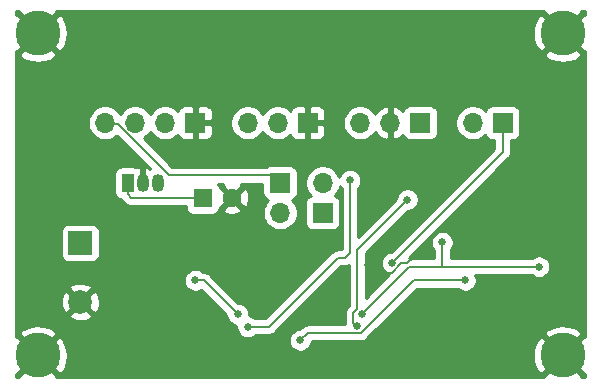
<source format=gbl>
G04 #@! TF.GenerationSoftware,KiCad,Pcbnew,(5.1.10-1-10_14)*
G04 #@! TF.CreationDate,2021-07-23T17:52:14-07:00*
G04 #@! TF.ProjectId,qiroll PAS digital logic,7169726f-6c6c-4205-9041-532064696769,rev?*
G04 #@! TF.SameCoordinates,Original*
G04 #@! TF.FileFunction,Copper,L2,Bot*
G04 #@! TF.FilePolarity,Positive*
%FSLAX46Y46*%
G04 Gerber Fmt 4.6, Leading zero omitted, Abs format (unit mm)*
G04 Created by KiCad (PCBNEW (5.1.10-1-10_14)) date 2021-07-23 17:52:14*
%MOMM*%
%LPD*%
G01*
G04 APERTURE LIST*
G04 #@! TA.AperFunction,ComponentPad*
%ADD10O,1.700000X1.700000*%
G04 #@! TD*
G04 #@! TA.AperFunction,ComponentPad*
%ADD11R,1.700000X1.700000*%
G04 #@! TD*
G04 #@! TA.AperFunction,ComponentPad*
%ADD12C,1.600000*%
G04 #@! TD*
G04 #@! TA.AperFunction,ComponentPad*
%ADD13R,1.600000X1.600000*%
G04 #@! TD*
G04 #@! TA.AperFunction,ComponentPad*
%ADD14C,3.800000*%
G04 #@! TD*
G04 #@! TA.AperFunction,ComponentPad*
%ADD15R,1.050000X1.500000*%
G04 #@! TD*
G04 #@! TA.AperFunction,ComponentPad*
%ADD16O,1.050000X1.500000*%
G04 #@! TD*
G04 #@! TA.AperFunction,ComponentPad*
%ADD17C,2.000000*%
G04 #@! TD*
G04 #@! TA.AperFunction,ComponentPad*
%ADD18R,2.000000X2.000000*%
G04 #@! TD*
G04 #@! TA.AperFunction,ViaPad*
%ADD19C,0.650000*%
G04 #@! TD*
G04 #@! TA.AperFunction,Conductor*
%ADD20C,0.150000*%
G04 #@! TD*
G04 #@! TA.AperFunction,Conductor*
%ADD21C,0.254000*%
G04 #@! TD*
G04 #@! TA.AperFunction,Conductor*
%ADD22C,0.100000*%
G04 #@! TD*
G04 APERTURE END LIST*
D10*
G04 #@! TO.P,J4,4*
G04 #@! TO.N,Net-(J3-Pad2)*
X120015000Y-104140000D03*
G04 #@! TO.P,J4,3*
G04 #@! TO.N,Net-(J4-Pad3)*
X122555000Y-104140000D03*
G04 #@! TO.P,J4,2*
G04 #@! TO.N,Net-(F1-Pad2)*
X125095000Y-104140000D03*
D11*
G04 #@! TO.P,J4,1*
G04 #@! TO.N,GND*
X127635000Y-104140000D03*
G04 #@! TD*
D10*
G04 #@! TO.P,J1,2*
G04 #@! TO.N,VDD*
X151130000Y-104140000D03*
D11*
G04 #@! TO.P,J1,1*
G04 #@! TO.N,Net-(J1-Pad1)*
X153670000Y-104140000D03*
G04 #@! TD*
D10*
G04 #@! TO.P,J5,3*
G04 #@! TO.N,Net-(J5-Pad3)*
X141605000Y-104140000D03*
G04 #@! TO.P,J5,2*
G04 #@! TO.N,GND*
X144145000Y-104140000D03*
D11*
G04 #@! TO.P,J5,1*
G04 #@! TO.N,VDD*
X146685000Y-104140000D03*
G04 #@! TD*
D10*
G04 #@! TO.P,J2,3*
G04 #@! TO.N,Net-(J2-Pad3)*
X132080000Y-104140000D03*
G04 #@! TO.P,J2,2*
G04 #@! TO.N,Net-(C2-Pad2)*
X134620000Y-104140000D03*
D11*
G04 #@! TO.P,J2,1*
G04 #@! TO.N,GND*
X137160000Y-104140000D03*
G04 #@! TD*
D12*
G04 #@! TO.P,C12,2*
G04 #@! TO.N,GND*
X130770000Y-110490000D03*
D13*
G04 #@! TO.P,C12,1*
G04 #@! TO.N,VDD*
X128270000Y-110490000D03*
G04 #@! TD*
D14*
G04 #@! TO.P,H4,1*
G04 #@! TO.N,GND*
X114300000Y-96520000D03*
G04 #@! TD*
G04 #@! TO.P,H3,1*
G04 #@! TO.N,GND*
X158750000Y-96520000D03*
G04 #@! TD*
D10*
G04 #@! TO.P,J6,2*
G04 #@! TO.N,Net-(J6-Pad2)*
X134820000Y-111760000D03*
D11*
G04 #@! TO.P,J6,1*
G04 #@! TO.N,Net-(J3-Pad2)*
X134820000Y-109220000D03*
G04 #@! TD*
D10*
G04 #@! TO.P,J3,2*
G04 #@! TO.N,Net-(J3-Pad2)*
X138430000Y-109220000D03*
D11*
G04 #@! TO.P,J3,1*
G04 #@! TO.N,Net-(J3-Pad1)*
X138430000Y-111760000D03*
G04 #@! TD*
D15*
G04 #@! TO.P,U7,1*
G04 #@! TO.N,VDD*
X121920000Y-109220000D03*
D16*
G04 #@! TO.P,U7,3*
G04 #@! TO.N,Net-(C10-Pad1)*
X124460000Y-109220000D03*
G04 #@! TO.P,U7,2*
G04 #@! TO.N,GND*
X123190000Y-109220000D03*
G04 #@! TD*
D14*
G04 #@! TO.P,H2,1*
G04 #@! TO.N,GND*
X114300000Y-123825000D03*
G04 #@! TD*
G04 #@! TO.P,H1,1*
G04 #@! TO.N,GND*
X158750000Y-123825000D03*
G04 #@! TD*
D17*
G04 #@! TO.P,C10,2*
G04 #@! TO.N,GND*
X117910000Y-119300000D03*
D18*
G04 #@! TO.P,C10,1*
G04 #@! TO.N,Net-(C10-Pad1)*
X117910000Y-114300000D03*
G04 #@! TD*
D19*
G04 #@! TO.N,GND*
X156210500Y-125454300D03*
X142305000Y-116205000D03*
X136525000Y-121285000D03*
X156210000Y-102235000D03*
X146050000Y-125051800D03*
X156210000Y-99060000D03*
X126365000Y-112395000D03*
X153735000Y-109220000D03*
X156845000Y-106045000D03*
X153810000Y-122234600D03*
X116840000Y-122555000D03*
X160020000Y-116205000D03*
X132080000Y-125095000D03*
X132080000Y-123825000D03*
X127000000Y-125095000D03*
G04 #@! TO.N,Net-(U1-Pad10)*
X140732300Y-109004300D03*
X132080000Y-121398700D03*
G04 #@! TO.N,Net-(U2-Pad3)*
X141744400Y-120289100D03*
X148561100Y-114257300D03*
X156750500Y-116316300D03*
G04 #@! TO.N,Net-(J1-Pad1)*
X144283400Y-116015900D03*
G04 #@! TO.N,Net-(U2-Pad12)*
X145608100Y-110630600D03*
X141361300Y-121369990D03*
G04 #@! TO.N,VDD*
X150495000Y-117475000D03*
X127635000Y-117475000D03*
X131241300Y-120348400D03*
X136525000Y-122555000D03*
G04 #@! TD*
D20*
G04 #@! TO.N,GND*
X145097012Y-116016290D02*
X144273302Y-116840000D01*
X145603710Y-116016290D02*
X145097012Y-116016290D01*
X146050000Y-115570000D02*
X145603710Y-116016290D01*
X144273302Y-116840000D02*
X143510000Y-116840000D01*
G04 #@! TO.N,Net-(U1-Pad10)*
X140732300Y-115172700D02*
X140335000Y-115570000D01*
X140732300Y-109004300D02*
X140732300Y-115172700D01*
X133857400Y-121398700D02*
X132080000Y-121398700D01*
X139686100Y-115570000D02*
X133857400Y-121398700D01*
X140335000Y-115570000D02*
X139686100Y-115570000D01*
G04 #@! TO.N,Net-(U2-Pad3)*
X148561100Y-116316300D02*
X156750500Y-116316300D01*
X141744400Y-120289100D02*
X145717200Y-116316300D01*
X145717200Y-116316300D02*
X148561100Y-116316300D01*
X148561100Y-116316300D02*
X148561100Y-114257300D01*
G04 #@! TO.N,Net-(J1-Pad1)*
X153670000Y-104140000D02*
X153670000Y-106629300D01*
X153670000Y-106629300D02*
X144283400Y-116015900D01*
G04 #@! TO.N,Net-(J3-Pad2)*
X134185000Y-108585000D02*
X134820000Y-109220000D01*
X121090300Y-104274500D02*
X125400800Y-108585000D01*
X125400800Y-108585000D02*
X134185000Y-108585000D01*
X120149500Y-104274500D02*
X120015000Y-104140000D01*
X121090300Y-104274500D02*
X120149500Y-104274500D01*
G04 #@! TO.N,Net-(U2-Pad12)*
X141361300Y-114877400D02*
X141361300Y-119893900D01*
X141036301Y-120218899D02*
X141036301Y-121044991D01*
X145608100Y-110630600D02*
X141361300Y-114877400D01*
X141036301Y-121044991D02*
X141361300Y-121369990D01*
X141361300Y-119893900D02*
X141036301Y-120218899D01*
G04 #@! TO.N,VDD*
X121920000Y-110195300D02*
X122214700Y-110490000D01*
X122214700Y-110490000D02*
X128270000Y-110490000D01*
X121920000Y-109220000D02*
X121920000Y-110195300D01*
X128367900Y-117475000D02*
X131241300Y-120348400D01*
X127635000Y-117475000D02*
X128367900Y-117475000D01*
X141676802Y-121920000D02*
X137160000Y-121920000D01*
X146121802Y-117475000D02*
X141676802Y-121920000D01*
X137160000Y-121920000D02*
X136525000Y-122555000D01*
X150495000Y-117475000D02*
X146121802Y-117475000D01*
G04 #@! TD*
D21*
G04 #@! TO.N,GND*
X112703256Y-94743651D02*
X114300000Y-96340395D01*
X115896744Y-94743651D01*
X115851716Y-94665000D01*
X157198284Y-94665000D01*
X157153256Y-94743651D01*
X158750000Y-96340395D01*
X160346744Y-94743651D01*
X160301716Y-94665000D01*
X160605000Y-94665000D01*
X160605000Y-94968284D01*
X160526349Y-94923256D01*
X158929605Y-96520000D01*
X160526349Y-98116744D01*
X160605000Y-98071716D01*
X160605001Y-122273284D01*
X160526349Y-122228256D01*
X158929605Y-123825000D01*
X160526349Y-125421744D01*
X160605001Y-125376716D01*
X160605001Y-125680000D01*
X160301716Y-125680000D01*
X160346744Y-125601349D01*
X158750000Y-124004605D01*
X157153256Y-125601349D01*
X157198284Y-125680000D01*
X115851716Y-125680000D01*
X115896744Y-125601349D01*
X114300000Y-124004605D01*
X112703256Y-125601349D01*
X112748284Y-125680000D01*
X112445000Y-125680000D01*
X112445000Y-125376716D01*
X112523651Y-125421744D01*
X114120395Y-123825000D01*
X114479605Y-123825000D01*
X116076349Y-125421744D01*
X116432867Y-125217638D01*
X116663575Y-124774777D01*
X116803452Y-124295417D01*
X116842378Y-123852021D01*
X156202877Y-123852021D01*
X156257091Y-124348422D01*
X156407106Y-124824707D01*
X156617133Y-125217638D01*
X156973651Y-125421744D01*
X158570395Y-123825000D01*
X156973651Y-122228256D01*
X156617133Y-122432362D01*
X156386425Y-122875223D01*
X156246548Y-123354583D01*
X156202877Y-123852021D01*
X116842378Y-123852021D01*
X116847123Y-123797979D01*
X116792909Y-123301578D01*
X116642894Y-122825293D01*
X116432867Y-122432362D01*
X116076349Y-122228256D01*
X114479605Y-123825000D01*
X114120395Y-123825000D01*
X112523651Y-122228256D01*
X112445000Y-122273284D01*
X112445000Y-122048651D01*
X112703256Y-122048651D01*
X114300000Y-123645395D01*
X115896744Y-122048651D01*
X115692638Y-121692133D01*
X115249777Y-121461425D01*
X114770417Y-121321548D01*
X114272979Y-121277877D01*
X113776578Y-121332091D01*
X113300293Y-121482106D01*
X112907362Y-121692133D01*
X112703256Y-122048651D01*
X112445000Y-122048651D01*
X112445000Y-120435413D01*
X116954192Y-120435413D01*
X117049956Y-120699814D01*
X117339571Y-120840704D01*
X117651108Y-120922384D01*
X117972595Y-120941718D01*
X118291675Y-120897961D01*
X118596088Y-120792795D01*
X118770044Y-120699814D01*
X118865808Y-120435413D01*
X117910000Y-119479605D01*
X116954192Y-120435413D01*
X112445000Y-120435413D01*
X112445000Y-119362595D01*
X116268282Y-119362595D01*
X116312039Y-119681675D01*
X116417205Y-119986088D01*
X116510186Y-120160044D01*
X116774587Y-120255808D01*
X117730395Y-119300000D01*
X118089605Y-119300000D01*
X119045413Y-120255808D01*
X119309814Y-120160044D01*
X119450704Y-119870429D01*
X119532384Y-119558892D01*
X119551718Y-119237405D01*
X119507961Y-118918325D01*
X119402795Y-118613912D01*
X119309814Y-118439956D01*
X119045413Y-118344192D01*
X118089605Y-119300000D01*
X117730395Y-119300000D01*
X116774587Y-118344192D01*
X116510186Y-118439956D01*
X116369296Y-118729571D01*
X116287616Y-119041108D01*
X116268282Y-119362595D01*
X112445000Y-119362595D01*
X112445000Y-118164587D01*
X116954192Y-118164587D01*
X117910000Y-119120395D01*
X118865808Y-118164587D01*
X118770044Y-117900186D01*
X118480429Y-117759296D01*
X118168892Y-117677616D01*
X117847405Y-117658282D01*
X117528325Y-117702039D01*
X117223912Y-117807205D01*
X117049956Y-117900186D01*
X116954192Y-118164587D01*
X112445000Y-118164587D01*
X112445000Y-117380448D01*
X126675000Y-117380448D01*
X126675000Y-117569552D01*
X126711892Y-117755022D01*
X126784259Y-117929731D01*
X126889319Y-118086964D01*
X127023036Y-118220681D01*
X127180269Y-118325741D01*
X127354978Y-118398108D01*
X127540448Y-118435000D01*
X127729552Y-118435000D01*
X127915022Y-118398108D01*
X128089731Y-118325741D01*
X128164554Y-118275745D01*
X130281300Y-120392492D01*
X130281300Y-120442952D01*
X130318192Y-120628422D01*
X130390559Y-120803131D01*
X130495619Y-120960364D01*
X130629336Y-121094081D01*
X130786569Y-121199141D01*
X130961278Y-121271508D01*
X131120204Y-121303120D01*
X131120000Y-121304148D01*
X131120000Y-121493252D01*
X131156892Y-121678722D01*
X131229259Y-121853431D01*
X131334319Y-122010664D01*
X131468036Y-122144381D01*
X131625269Y-122249441D01*
X131799978Y-122321808D01*
X131985448Y-122358700D01*
X132174552Y-122358700D01*
X132360022Y-122321808D01*
X132534731Y-122249441D01*
X132691964Y-122144381D01*
X132727645Y-122108700D01*
X133822525Y-122108700D01*
X133857400Y-122112135D01*
X133892275Y-122108700D01*
X133892277Y-122108700D01*
X133996584Y-122098427D01*
X134130420Y-122057828D01*
X134253763Y-121991900D01*
X134361875Y-121903175D01*
X134384112Y-121876079D01*
X139980191Y-116280000D01*
X140300125Y-116280000D01*
X140335000Y-116283435D01*
X140369875Y-116280000D01*
X140369877Y-116280000D01*
X140474184Y-116269727D01*
X140608020Y-116229128D01*
X140651300Y-116205994D01*
X140651301Y-119599808D01*
X140558918Y-119692191D01*
X140531826Y-119714425D01*
X140443101Y-119822537D01*
X140377173Y-119945880D01*
X140336574Y-120079716D01*
X140326301Y-120184022D01*
X140322866Y-120218899D01*
X140326301Y-120253774D01*
X140326301Y-121010116D01*
X140322866Y-121044991D01*
X140326301Y-121079866D01*
X140326301Y-121079868D01*
X140332208Y-121139841D01*
X140336575Y-121184175D01*
X140344409Y-121210000D01*
X137194875Y-121210000D01*
X137160000Y-121206565D01*
X137125125Y-121210000D01*
X137125123Y-121210000D01*
X137020816Y-121220273D01*
X136886980Y-121260872D01*
X136763637Y-121326800D01*
X136655525Y-121415525D01*
X136633288Y-121442621D01*
X136480909Y-121595000D01*
X136430448Y-121595000D01*
X136244978Y-121631892D01*
X136070269Y-121704259D01*
X135913036Y-121809319D01*
X135779319Y-121943036D01*
X135674259Y-122100269D01*
X135601892Y-122274978D01*
X135565000Y-122460448D01*
X135565000Y-122649552D01*
X135601892Y-122835022D01*
X135674259Y-123009731D01*
X135779319Y-123166964D01*
X135913036Y-123300681D01*
X136070269Y-123405741D01*
X136244978Y-123478108D01*
X136430448Y-123515000D01*
X136619552Y-123515000D01*
X136805022Y-123478108D01*
X136979731Y-123405741D01*
X137136964Y-123300681D01*
X137270681Y-123166964D01*
X137375741Y-123009731D01*
X137448108Y-122835022D01*
X137485000Y-122649552D01*
X137485000Y-122630000D01*
X141641927Y-122630000D01*
X141676802Y-122633435D01*
X141711677Y-122630000D01*
X141711679Y-122630000D01*
X141815986Y-122619727D01*
X141949822Y-122579128D01*
X142073165Y-122513200D01*
X142181277Y-122424475D01*
X142203514Y-122397379D01*
X142552242Y-122048651D01*
X157153256Y-122048651D01*
X158750000Y-123645395D01*
X160346744Y-122048651D01*
X160142638Y-121692133D01*
X159699777Y-121461425D01*
X159220417Y-121321548D01*
X158722979Y-121277877D01*
X158226578Y-121332091D01*
X157750293Y-121482106D01*
X157357362Y-121692133D01*
X157153256Y-122048651D01*
X142552242Y-122048651D01*
X146415894Y-118185000D01*
X149847355Y-118185000D01*
X149883036Y-118220681D01*
X150040269Y-118325741D01*
X150214978Y-118398108D01*
X150400448Y-118435000D01*
X150589552Y-118435000D01*
X150775022Y-118398108D01*
X150949731Y-118325741D01*
X151106964Y-118220681D01*
X151240681Y-118086964D01*
X151345741Y-117929731D01*
X151418108Y-117755022D01*
X151455000Y-117569552D01*
X151455000Y-117380448D01*
X151418108Y-117194978D01*
X151348239Y-117026300D01*
X156102855Y-117026300D01*
X156138536Y-117061981D01*
X156295769Y-117167041D01*
X156470478Y-117239408D01*
X156655948Y-117276300D01*
X156845052Y-117276300D01*
X157030522Y-117239408D01*
X157205231Y-117167041D01*
X157362464Y-117061981D01*
X157496181Y-116928264D01*
X157601241Y-116771031D01*
X157673608Y-116596322D01*
X157710500Y-116410852D01*
X157710500Y-116221748D01*
X157673608Y-116036278D01*
X157601241Y-115861569D01*
X157496181Y-115704336D01*
X157362464Y-115570619D01*
X157205231Y-115465559D01*
X157030522Y-115393192D01*
X156845052Y-115356300D01*
X156655948Y-115356300D01*
X156470478Y-115393192D01*
X156295769Y-115465559D01*
X156138536Y-115570619D01*
X156102855Y-115606300D01*
X149271100Y-115606300D01*
X149271100Y-114904945D01*
X149306781Y-114869264D01*
X149411841Y-114712031D01*
X149484208Y-114537322D01*
X149521100Y-114351852D01*
X149521100Y-114162748D01*
X149484208Y-113977278D01*
X149411841Y-113802569D01*
X149306781Y-113645336D01*
X149173064Y-113511619D01*
X149015831Y-113406559D01*
X148841122Y-113334192D01*
X148655652Y-113297300D01*
X148466548Y-113297300D01*
X148281078Y-113334192D01*
X148106369Y-113406559D01*
X147949136Y-113511619D01*
X147815419Y-113645336D01*
X147710359Y-113802569D01*
X147637992Y-113977278D01*
X147601100Y-114162748D01*
X147601100Y-114351852D01*
X147637992Y-114537322D01*
X147710359Y-114712031D01*
X147815419Y-114869264D01*
X147851101Y-114904946D01*
X147851100Y-115606300D01*
X145752075Y-115606300D01*
X145717200Y-115602865D01*
X145698704Y-115604687D01*
X154147384Y-107156008D01*
X154174475Y-107133775D01*
X154263200Y-107025663D01*
X154329128Y-106902320D01*
X154369727Y-106768484D01*
X154380000Y-106664177D01*
X154380000Y-106664176D01*
X154383435Y-106629301D01*
X154380000Y-106594426D01*
X154380000Y-105628072D01*
X154520000Y-105628072D01*
X154644482Y-105615812D01*
X154764180Y-105579502D01*
X154874494Y-105520537D01*
X154971185Y-105441185D01*
X155050537Y-105344494D01*
X155109502Y-105234180D01*
X155145812Y-105114482D01*
X155158072Y-104990000D01*
X155158072Y-103290000D01*
X155145812Y-103165518D01*
X155109502Y-103045820D01*
X155050537Y-102935506D01*
X154971185Y-102838815D01*
X154874494Y-102759463D01*
X154764180Y-102700498D01*
X154644482Y-102664188D01*
X154520000Y-102651928D01*
X152820000Y-102651928D01*
X152695518Y-102664188D01*
X152575820Y-102700498D01*
X152465506Y-102759463D01*
X152368815Y-102838815D01*
X152289463Y-102935506D01*
X152230498Y-103045820D01*
X152208487Y-103118380D01*
X152076632Y-102986525D01*
X151833411Y-102824010D01*
X151563158Y-102712068D01*
X151276260Y-102655000D01*
X150983740Y-102655000D01*
X150696842Y-102712068D01*
X150426589Y-102824010D01*
X150183368Y-102986525D01*
X149976525Y-103193368D01*
X149814010Y-103436589D01*
X149702068Y-103706842D01*
X149645000Y-103993740D01*
X149645000Y-104286260D01*
X149702068Y-104573158D01*
X149814010Y-104843411D01*
X149976525Y-105086632D01*
X150183368Y-105293475D01*
X150426589Y-105455990D01*
X150696842Y-105567932D01*
X150983740Y-105625000D01*
X151276260Y-105625000D01*
X151563158Y-105567932D01*
X151833411Y-105455990D01*
X152076632Y-105293475D01*
X152208487Y-105161620D01*
X152230498Y-105234180D01*
X152289463Y-105344494D01*
X152368815Y-105441185D01*
X152465506Y-105520537D01*
X152575820Y-105579502D01*
X152695518Y-105615812D01*
X152820000Y-105628072D01*
X152960001Y-105628072D01*
X152960001Y-106335207D01*
X144239309Y-115055900D01*
X144188848Y-115055900D01*
X144003378Y-115092792D01*
X143828669Y-115165159D01*
X143671436Y-115270219D01*
X143537719Y-115403936D01*
X143432659Y-115561169D01*
X143360292Y-115735878D01*
X143323400Y-115921348D01*
X143323400Y-116110452D01*
X143360292Y-116295922D01*
X143432659Y-116470631D01*
X143537719Y-116627864D01*
X143671436Y-116761581D01*
X143828669Y-116866641D01*
X144003378Y-116939008D01*
X144075963Y-116953446D01*
X142071300Y-118958109D01*
X142071300Y-115171491D01*
X145652192Y-111590600D01*
X145702652Y-111590600D01*
X145888122Y-111553708D01*
X146062831Y-111481341D01*
X146220064Y-111376281D01*
X146353781Y-111242564D01*
X146458841Y-111085331D01*
X146531208Y-110910622D01*
X146568100Y-110725152D01*
X146568100Y-110536048D01*
X146531208Y-110350578D01*
X146458841Y-110175869D01*
X146353781Y-110018636D01*
X146220064Y-109884919D01*
X146062831Y-109779859D01*
X145888122Y-109707492D01*
X145702652Y-109670600D01*
X145513548Y-109670600D01*
X145328078Y-109707492D01*
X145153369Y-109779859D01*
X144996136Y-109884919D01*
X144862419Y-110018636D01*
X144757359Y-110175869D01*
X144684992Y-110350578D01*
X144648100Y-110536048D01*
X144648100Y-110586508D01*
X141442300Y-113792309D01*
X141442300Y-109651945D01*
X141477981Y-109616264D01*
X141583041Y-109459031D01*
X141655408Y-109284322D01*
X141692300Y-109098852D01*
X141692300Y-108909748D01*
X141655408Y-108724278D01*
X141583041Y-108549569D01*
X141477981Y-108392336D01*
X141344264Y-108258619D01*
X141187031Y-108153559D01*
X141012322Y-108081192D01*
X140826852Y-108044300D01*
X140637748Y-108044300D01*
X140452278Y-108081192D01*
X140277569Y-108153559D01*
X140120336Y-108258619D01*
X139986619Y-108392336D01*
X139881559Y-108549569D01*
X139820605Y-108696725D01*
X139745990Y-108516589D01*
X139583475Y-108273368D01*
X139376632Y-108066525D01*
X139133411Y-107904010D01*
X138863158Y-107792068D01*
X138576260Y-107735000D01*
X138283740Y-107735000D01*
X137996842Y-107792068D01*
X137726589Y-107904010D01*
X137483368Y-108066525D01*
X137276525Y-108273368D01*
X137114010Y-108516589D01*
X137002068Y-108786842D01*
X136945000Y-109073740D01*
X136945000Y-109366260D01*
X137002068Y-109653158D01*
X137114010Y-109923411D01*
X137276525Y-110166632D01*
X137408380Y-110298487D01*
X137335820Y-110320498D01*
X137225506Y-110379463D01*
X137128815Y-110458815D01*
X137049463Y-110555506D01*
X136990498Y-110665820D01*
X136954188Y-110785518D01*
X136941928Y-110910000D01*
X136941928Y-112610000D01*
X136954188Y-112734482D01*
X136990498Y-112854180D01*
X137049463Y-112964494D01*
X137128815Y-113061185D01*
X137225506Y-113140537D01*
X137335820Y-113199502D01*
X137455518Y-113235812D01*
X137580000Y-113248072D01*
X139280000Y-113248072D01*
X139404482Y-113235812D01*
X139524180Y-113199502D01*
X139634494Y-113140537D01*
X139731185Y-113061185D01*
X139810537Y-112964494D01*
X139869502Y-112854180D01*
X139905812Y-112734482D01*
X139918072Y-112610000D01*
X139918072Y-110910000D01*
X139905812Y-110785518D01*
X139869502Y-110665820D01*
X139810537Y-110555506D01*
X139731185Y-110458815D01*
X139634494Y-110379463D01*
X139524180Y-110320498D01*
X139451620Y-110298487D01*
X139583475Y-110166632D01*
X139745990Y-109923411D01*
X139857932Y-109653158D01*
X139893108Y-109476316D01*
X139986619Y-109616264D01*
X140022300Y-109651945D01*
X140022301Y-114860000D01*
X139720975Y-114860000D01*
X139686100Y-114856565D01*
X139651225Y-114860000D01*
X139651223Y-114860000D01*
X139546916Y-114870273D01*
X139413080Y-114910872D01*
X139289737Y-114976800D01*
X139181625Y-115065525D01*
X139159388Y-115092621D01*
X133563309Y-120688700D01*
X132727645Y-120688700D01*
X132691964Y-120653019D01*
X132534731Y-120547959D01*
X132360022Y-120475592D01*
X132201096Y-120443980D01*
X132201300Y-120442952D01*
X132201300Y-120253848D01*
X132164408Y-120068378D01*
X132092041Y-119893669D01*
X131986981Y-119736436D01*
X131853264Y-119602719D01*
X131696031Y-119497659D01*
X131521322Y-119425292D01*
X131335852Y-119388400D01*
X131285392Y-119388400D01*
X128894612Y-116997621D01*
X128872375Y-116970525D01*
X128764263Y-116881800D01*
X128640920Y-116815872D01*
X128507084Y-116775273D01*
X128402777Y-116765000D01*
X128402775Y-116765000D01*
X128367900Y-116761565D01*
X128333025Y-116765000D01*
X128282645Y-116765000D01*
X128246964Y-116729319D01*
X128089731Y-116624259D01*
X127915022Y-116551892D01*
X127729552Y-116515000D01*
X127540448Y-116515000D01*
X127354978Y-116551892D01*
X127180269Y-116624259D01*
X127023036Y-116729319D01*
X126889319Y-116863036D01*
X126784259Y-117020269D01*
X126711892Y-117194978D01*
X126675000Y-117380448D01*
X112445000Y-117380448D01*
X112445000Y-113300000D01*
X116271928Y-113300000D01*
X116271928Y-115300000D01*
X116284188Y-115424482D01*
X116320498Y-115544180D01*
X116379463Y-115654494D01*
X116458815Y-115751185D01*
X116555506Y-115830537D01*
X116665820Y-115889502D01*
X116785518Y-115925812D01*
X116910000Y-115938072D01*
X118910000Y-115938072D01*
X119034482Y-115925812D01*
X119154180Y-115889502D01*
X119264494Y-115830537D01*
X119361185Y-115751185D01*
X119440537Y-115654494D01*
X119499502Y-115544180D01*
X119535812Y-115424482D01*
X119548072Y-115300000D01*
X119548072Y-113300000D01*
X119535812Y-113175518D01*
X119499502Y-113055820D01*
X119440537Y-112945506D01*
X119361185Y-112848815D01*
X119264494Y-112769463D01*
X119154180Y-112710498D01*
X119034482Y-112674188D01*
X118910000Y-112661928D01*
X116910000Y-112661928D01*
X116785518Y-112674188D01*
X116665820Y-112710498D01*
X116555506Y-112769463D01*
X116458815Y-112848815D01*
X116379463Y-112945506D01*
X116320498Y-113055820D01*
X116284188Y-113175518D01*
X116271928Y-113300000D01*
X112445000Y-113300000D01*
X112445000Y-103993740D01*
X118530000Y-103993740D01*
X118530000Y-104286260D01*
X118587068Y-104573158D01*
X118699010Y-104843411D01*
X118861525Y-105086632D01*
X119068368Y-105293475D01*
X119311589Y-105455990D01*
X119581842Y-105567932D01*
X119868740Y-105625000D01*
X120161260Y-105625000D01*
X120448158Y-105567932D01*
X120718411Y-105455990D01*
X120961632Y-105293475D01*
X121033408Y-105221699D01*
X123828789Y-108017080D01*
X123825331Y-108018929D01*
X123766882Y-107977725D01*
X123557337Y-107884728D01*
X123495810Y-107876036D01*
X123317000Y-108001837D01*
X123317000Y-108766892D01*
X123316785Y-108767601D01*
X123300000Y-108938022D01*
X123300000Y-109367000D01*
X123083072Y-109367000D01*
X123083072Y-108470000D01*
X123070812Y-108345518D01*
X123063000Y-108319765D01*
X123063000Y-108001837D01*
X122884190Y-107876036D01*
X122822663Y-107884728D01*
X122754057Y-107915176D01*
X122689180Y-107880498D01*
X122569482Y-107844188D01*
X122445000Y-107831928D01*
X121395000Y-107831928D01*
X121270518Y-107844188D01*
X121150820Y-107880498D01*
X121040506Y-107939463D01*
X120943815Y-108018815D01*
X120864463Y-108115506D01*
X120805498Y-108225820D01*
X120769188Y-108345518D01*
X120756928Y-108470000D01*
X120756928Y-109970000D01*
X120769188Y-110094482D01*
X120805498Y-110214180D01*
X120864463Y-110324494D01*
X120943815Y-110421185D01*
X121040506Y-110500537D01*
X121150820Y-110559502D01*
X121270518Y-110595812D01*
X121335455Y-110602207D01*
X121358757Y-110630601D01*
X121415526Y-110699775D01*
X121442618Y-110722008D01*
X121687984Y-110967374D01*
X121710225Y-110994475D01*
X121818337Y-111083200D01*
X121941680Y-111149128D01*
X122075516Y-111189727D01*
X122179823Y-111200000D01*
X122179825Y-111200000D01*
X122214700Y-111203435D01*
X122249575Y-111200000D01*
X126831928Y-111200000D01*
X126831928Y-111290000D01*
X126844188Y-111414482D01*
X126880498Y-111534180D01*
X126939463Y-111644494D01*
X127018815Y-111741185D01*
X127115506Y-111820537D01*
X127225820Y-111879502D01*
X127345518Y-111915812D01*
X127470000Y-111928072D01*
X129070000Y-111928072D01*
X129194482Y-111915812D01*
X129314180Y-111879502D01*
X129424494Y-111820537D01*
X129521185Y-111741185D01*
X129600537Y-111644494D01*
X129659502Y-111534180D01*
X129675117Y-111482702D01*
X129956903Y-111482702D01*
X130028486Y-111726671D01*
X130283996Y-111847571D01*
X130558184Y-111916300D01*
X130840512Y-111930217D01*
X131120130Y-111888787D01*
X131386292Y-111793603D01*
X131511514Y-111726671D01*
X131583097Y-111482702D01*
X130770000Y-110669605D01*
X129956903Y-111482702D01*
X129675117Y-111482702D01*
X129695812Y-111414482D01*
X129708072Y-111290000D01*
X129708072Y-111282785D01*
X129777298Y-111303097D01*
X130590395Y-110490000D01*
X130949605Y-110490000D01*
X131762702Y-111303097D01*
X132006671Y-111231514D01*
X132127571Y-110976004D01*
X132196300Y-110701816D01*
X132210217Y-110419488D01*
X132168787Y-110139870D01*
X132073603Y-109873708D01*
X132006671Y-109748486D01*
X131762702Y-109676903D01*
X130949605Y-110490000D01*
X130590395Y-110490000D01*
X129777298Y-109676903D01*
X129708072Y-109697215D01*
X129708072Y-109690000D01*
X129695812Y-109565518D01*
X129659502Y-109445820D01*
X129600537Y-109335506D01*
X129567295Y-109295000D01*
X130016259Y-109295000D01*
X129956903Y-109497298D01*
X130770000Y-110310395D01*
X131583097Y-109497298D01*
X131523741Y-109295000D01*
X133331928Y-109295000D01*
X133331928Y-110070000D01*
X133344188Y-110194482D01*
X133380498Y-110314180D01*
X133439463Y-110424494D01*
X133518815Y-110521185D01*
X133615506Y-110600537D01*
X133725820Y-110659502D01*
X133798380Y-110681513D01*
X133666525Y-110813368D01*
X133504010Y-111056589D01*
X133392068Y-111326842D01*
X133335000Y-111613740D01*
X133335000Y-111906260D01*
X133392068Y-112193158D01*
X133504010Y-112463411D01*
X133666525Y-112706632D01*
X133873368Y-112913475D01*
X134116589Y-113075990D01*
X134386842Y-113187932D01*
X134673740Y-113245000D01*
X134966260Y-113245000D01*
X135253158Y-113187932D01*
X135523411Y-113075990D01*
X135766632Y-112913475D01*
X135973475Y-112706632D01*
X136135990Y-112463411D01*
X136247932Y-112193158D01*
X136305000Y-111906260D01*
X136305000Y-111613740D01*
X136247932Y-111326842D01*
X136135990Y-111056589D01*
X135973475Y-110813368D01*
X135841620Y-110681513D01*
X135914180Y-110659502D01*
X136024494Y-110600537D01*
X136121185Y-110521185D01*
X136200537Y-110424494D01*
X136259502Y-110314180D01*
X136295812Y-110194482D01*
X136308072Y-110070000D01*
X136308072Y-108370000D01*
X136295812Y-108245518D01*
X136259502Y-108125820D01*
X136200537Y-108015506D01*
X136121185Y-107918815D01*
X136024494Y-107839463D01*
X135914180Y-107780498D01*
X135794482Y-107744188D01*
X135670000Y-107731928D01*
X133970000Y-107731928D01*
X133845518Y-107744188D01*
X133725820Y-107780498D01*
X133615506Y-107839463D01*
X133572204Y-107875000D01*
X125694891Y-107875000D01*
X123268884Y-105448993D01*
X123501632Y-105293475D01*
X123708475Y-105086632D01*
X123825000Y-104912240D01*
X123941525Y-105086632D01*
X124148368Y-105293475D01*
X124391589Y-105455990D01*
X124661842Y-105567932D01*
X124948740Y-105625000D01*
X125241260Y-105625000D01*
X125528158Y-105567932D01*
X125798411Y-105455990D01*
X126041632Y-105293475D01*
X126173487Y-105161620D01*
X126195498Y-105234180D01*
X126254463Y-105344494D01*
X126333815Y-105441185D01*
X126430506Y-105520537D01*
X126540820Y-105579502D01*
X126660518Y-105615812D01*
X126785000Y-105628072D01*
X127349250Y-105625000D01*
X127508000Y-105466250D01*
X127508000Y-104267000D01*
X127762000Y-104267000D01*
X127762000Y-105466250D01*
X127920750Y-105625000D01*
X128485000Y-105628072D01*
X128609482Y-105615812D01*
X128729180Y-105579502D01*
X128839494Y-105520537D01*
X128936185Y-105441185D01*
X129015537Y-105344494D01*
X129074502Y-105234180D01*
X129110812Y-105114482D01*
X129123072Y-104990000D01*
X129120000Y-104425750D01*
X128961250Y-104267000D01*
X127762000Y-104267000D01*
X127508000Y-104267000D01*
X127488000Y-104267000D01*
X127488000Y-104013000D01*
X127508000Y-104013000D01*
X127508000Y-102813750D01*
X127762000Y-102813750D01*
X127762000Y-104013000D01*
X128961250Y-104013000D01*
X128980510Y-103993740D01*
X130595000Y-103993740D01*
X130595000Y-104286260D01*
X130652068Y-104573158D01*
X130764010Y-104843411D01*
X130926525Y-105086632D01*
X131133368Y-105293475D01*
X131376589Y-105455990D01*
X131646842Y-105567932D01*
X131933740Y-105625000D01*
X132226260Y-105625000D01*
X132513158Y-105567932D01*
X132783411Y-105455990D01*
X133026632Y-105293475D01*
X133233475Y-105086632D01*
X133350000Y-104912240D01*
X133466525Y-105086632D01*
X133673368Y-105293475D01*
X133916589Y-105455990D01*
X134186842Y-105567932D01*
X134473740Y-105625000D01*
X134766260Y-105625000D01*
X135053158Y-105567932D01*
X135323411Y-105455990D01*
X135566632Y-105293475D01*
X135698487Y-105161620D01*
X135720498Y-105234180D01*
X135779463Y-105344494D01*
X135858815Y-105441185D01*
X135955506Y-105520537D01*
X136065820Y-105579502D01*
X136185518Y-105615812D01*
X136310000Y-105628072D01*
X136874250Y-105625000D01*
X137033000Y-105466250D01*
X137033000Y-104267000D01*
X137287000Y-104267000D01*
X137287000Y-105466250D01*
X137445750Y-105625000D01*
X138010000Y-105628072D01*
X138134482Y-105615812D01*
X138254180Y-105579502D01*
X138364494Y-105520537D01*
X138461185Y-105441185D01*
X138540537Y-105344494D01*
X138599502Y-105234180D01*
X138635812Y-105114482D01*
X138648072Y-104990000D01*
X138645000Y-104425750D01*
X138486250Y-104267000D01*
X137287000Y-104267000D01*
X137033000Y-104267000D01*
X137013000Y-104267000D01*
X137013000Y-104013000D01*
X137033000Y-104013000D01*
X137033000Y-102813750D01*
X137287000Y-102813750D01*
X137287000Y-104013000D01*
X138486250Y-104013000D01*
X138505510Y-103993740D01*
X140120000Y-103993740D01*
X140120000Y-104286260D01*
X140177068Y-104573158D01*
X140289010Y-104843411D01*
X140451525Y-105086632D01*
X140658368Y-105293475D01*
X140901589Y-105455990D01*
X141171842Y-105567932D01*
X141458740Y-105625000D01*
X141751260Y-105625000D01*
X142038158Y-105567932D01*
X142308411Y-105455990D01*
X142551632Y-105293475D01*
X142758475Y-105086632D01*
X142880195Y-104904466D01*
X142949822Y-105021355D01*
X143144731Y-105237588D01*
X143378080Y-105411641D01*
X143640901Y-105536825D01*
X143788110Y-105581476D01*
X144018000Y-105460155D01*
X144018000Y-104267000D01*
X143998000Y-104267000D01*
X143998000Y-104013000D01*
X144018000Y-104013000D01*
X144018000Y-102819845D01*
X144272000Y-102819845D01*
X144272000Y-104013000D01*
X144292000Y-104013000D01*
X144292000Y-104267000D01*
X144272000Y-104267000D01*
X144272000Y-105460155D01*
X144501890Y-105581476D01*
X144649099Y-105536825D01*
X144911920Y-105411641D01*
X145145269Y-105237588D01*
X145221034Y-105153534D01*
X145245498Y-105234180D01*
X145304463Y-105344494D01*
X145383815Y-105441185D01*
X145480506Y-105520537D01*
X145590820Y-105579502D01*
X145710518Y-105615812D01*
X145835000Y-105628072D01*
X147535000Y-105628072D01*
X147659482Y-105615812D01*
X147779180Y-105579502D01*
X147889494Y-105520537D01*
X147986185Y-105441185D01*
X148065537Y-105344494D01*
X148124502Y-105234180D01*
X148160812Y-105114482D01*
X148173072Y-104990000D01*
X148173072Y-103290000D01*
X148160812Y-103165518D01*
X148124502Y-103045820D01*
X148065537Y-102935506D01*
X147986185Y-102838815D01*
X147889494Y-102759463D01*
X147779180Y-102700498D01*
X147659482Y-102664188D01*
X147535000Y-102651928D01*
X145835000Y-102651928D01*
X145710518Y-102664188D01*
X145590820Y-102700498D01*
X145480506Y-102759463D01*
X145383815Y-102838815D01*
X145304463Y-102935506D01*
X145245498Y-103045820D01*
X145221034Y-103126466D01*
X145145269Y-103042412D01*
X144911920Y-102868359D01*
X144649099Y-102743175D01*
X144501890Y-102698524D01*
X144272000Y-102819845D01*
X144018000Y-102819845D01*
X143788110Y-102698524D01*
X143640901Y-102743175D01*
X143378080Y-102868359D01*
X143144731Y-103042412D01*
X142949822Y-103258645D01*
X142880195Y-103375534D01*
X142758475Y-103193368D01*
X142551632Y-102986525D01*
X142308411Y-102824010D01*
X142038158Y-102712068D01*
X141751260Y-102655000D01*
X141458740Y-102655000D01*
X141171842Y-102712068D01*
X140901589Y-102824010D01*
X140658368Y-102986525D01*
X140451525Y-103193368D01*
X140289010Y-103436589D01*
X140177068Y-103706842D01*
X140120000Y-103993740D01*
X138505510Y-103993740D01*
X138645000Y-103854250D01*
X138648072Y-103290000D01*
X138635812Y-103165518D01*
X138599502Y-103045820D01*
X138540537Y-102935506D01*
X138461185Y-102838815D01*
X138364494Y-102759463D01*
X138254180Y-102700498D01*
X138134482Y-102664188D01*
X138010000Y-102651928D01*
X137445750Y-102655000D01*
X137287000Y-102813750D01*
X137033000Y-102813750D01*
X136874250Y-102655000D01*
X136310000Y-102651928D01*
X136185518Y-102664188D01*
X136065820Y-102700498D01*
X135955506Y-102759463D01*
X135858815Y-102838815D01*
X135779463Y-102935506D01*
X135720498Y-103045820D01*
X135698487Y-103118380D01*
X135566632Y-102986525D01*
X135323411Y-102824010D01*
X135053158Y-102712068D01*
X134766260Y-102655000D01*
X134473740Y-102655000D01*
X134186842Y-102712068D01*
X133916589Y-102824010D01*
X133673368Y-102986525D01*
X133466525Y-103193368D01*
X133350000Y-103367760D01*
X133233475Y-103193368D01*
X133026632Y-102986525D01*
X132783411Y-102824010D01*
X132513158Y-102712068D01*
X132226260Y-102655000D01*
X131933740Y-102655000D01*
X131646842Y-102712068D01*
X131376589Y-102824010D01*
X131133368Y-102986525D01*
X130926525Y-103193368D01*
X130764010Y-103436589D01*
X130652068Y-103706842D01*
X130595000Y-103993740D01*
X128980510Y-103993740D01*
X129120000Y-103854250D01*
X129123072Y-103290000D01*
X129110812Y-103165518D01*
X129074502Y-103045820D01*
X129015537Y-102935506D01*
X128936185Y-102838815D01*
X128839494Y-102759463D01*
X128729180Y-102700498D01*
X128609482Y-102664188D01*
X128485000Y-102651928D01*
X127920750Y-102655000D01*
X127762000Y-102813750D01*
X127508000Y-102813750D01*
X127349250Y-102655000D01*
X126785000Y-102651928D01*
X126660518Y-102664188D01*
X126540820Y-102700498D01*
X126430506Y-102759463D01*
X126333815Y-102838815D01*
X126254463Y-102935506D01*
X126195498Y-103045820D01*
X126173487Y-103118380D01*
X126041632Y-102986525D01*
X125798411Y-102824010D01*
X125528158Y-102712068D01*
X125241260Y-102655000D01*
X124948740Y-102655000D01*
X124661842Y-102712068D01*
X124391589Y-102824010D01*
X124148368Y-102986525D01*
X123941525Y-103193368D01*
X123825000Y-103367760D01*
X123708475Y-103193368D01*
X123501632Y-102986525D01*
X123258411Y-102824010D01*
X122988158Y-102712068D01*
X122701260Y-102655000D01*
X122408740Y-102655000D01*
X122121842Y-102712068D01*
X121851589Y-102824010D01*
X121608368Y-102986525D01*
X121401525Y-103193368D01*
X121285000Y-103367760D01*
X121168475Y-103193368D01*
X120961632Y-102986525D01*
X120718411Y-102824010D01*
X120448158Y-102712068D01*
X120161260Y-102655000D01*
X119868740Y-102655000D01*
X119581842Y-102712068D01*
X119311589Y-102824010D01*
X119068368Y-102986525D01*
X118861525Y-103193368D01*
X118699010Y-103436589D01*
X118587068Y-103706842D01*
X118530000Y-103993740D01*
X112445000Y-103993740D01*
X112445000Y-98296349D01*
X112703256Y-98296349D01*
X112907362Y-98652867D01*
X113350223Y-98883575D01*
X113829583Y-99023452D01*
X114327021Y-99067123D01*
X114823422Y-99012909D01*
X115299707Y-98862894D01*
X115692638Y-98652867D01*
X115896744Y-98296349D01*
X157153256Y-98296349D01*
X157357362Y-98652867D01*
X157800223Y-98883575D01*
X158279583Y-99023452D01*
X158777021Y-99067123D01*
X159273422Y-99012909D01*
X159749707Y-98862894D01*
X160142638Y-98652867D01*
X160346744Y-98296349D01*
X158750000Y-96699605D01*
X157153256Y-98296349D01*
X115896744Y-98296349D01*
X114300000Y-96699605D01*
X112703256Y-98296349D01*
X112445000Y-98296349D01*
X112445000Y-98071716D01*
X112523651Y-98116744D01*
X114120395Y-96520000D01*
X114479605Y-96520000D01*
X116076349Y-98116744D01*
X116432867Y-97912638D01*
X116663575Y-97469777D01*
X116803452Y-96990417D01*
X116842378Y-96547021D01*
X156202877Y-96547021D01*
X156257091Y-97043422D01*
X156407106Y-97519707D01*
X156617133Y-97912638D01*
X156973651Y-98116744D01*
X158570395Y-96520000D01*
X156973651Y-94923256D01*
X156617133Y-95127362D01*
X156386425Y-95570223D01*
X156246548Y-96049583D01*
X156202877Y-96547021D01*
X116842378Y-96547021D01*
X116847123Y-96492979D01*
X116792909Y-95996578D01*
X116642894Y-95520293D01*
X116432867Y-95127362D01*
X116076349Y-94923256D01*
X114479605Y-96520000D01*
X114120395Y-96520000D01*
X112523651Y-94923256D01*
X112445000Y-94968284D01*
X112445000Y-94665000D01*
X112748284Y-94665000D01*
X112703256Y-94743651D01*
G04 #@! TA.AperFunction,Conductor*
D22*
G36*
X112703256Y-94743651D02*
G01*
X114300000Y-96340395D01*
X115896744Y-94743651D01*
X115851716Y-94665000D01*
X157198284Y-94665000D01*
X157153256Y-94743651D01*
X158750000Y-96340395D01*
X160346744Y-94743651D01*
X160301716Y-94665000D01*
X160605000Y-94665000D01*
X160605000Y-94968284D01*
X160526349Y-94923256D01*
X158929605Y-96520000D01*
X160526349Y-98116744D01*
X160605000Y-98071716D01*
X160605001Y-122273284D01*
X160526349Y-122228256D01*
X158929605Y-123825000D01*
X160526349Y-125421744D01*
X160605001Y-125376716D01*
X160605001Y-125680000D01*
X160301716Y-125680000D01*
X160346744Y-125601349D01*
X158750000Y-124004605D01*
X157153256Y-125601349D01*
X157198284Y-125680000D01*
X115851716Y-125680000D01*
X115896744Y-125601349D01*
X114300000Y-124004605D01*
X112703256Y-125601349D01*
X112748284Y-125680000D01*
X112445000Y-125680000D01*
X112445000Y-125376716D01*
X112523651Y-125421744D01*
X114120395Y-123825000D01*
X114479605Y-123825000D01*
X116076349Y-125421744D01*
X116432867Y-125217638D01*
X116663575Y-124774777D01*
X116803452Y-124295417D01*
X116842378Y-123852021D01*
X156202877Y-123852021D01*
X156257091Y-124348422D01*
X156407106Y-124824707D01*
X156617133Y-125217638D01*
X156973651Y-125421744D01*
X158570395Y-123825000D01*
X156973651Y-122228256D01*
X156617133Y-122432362D01*
X156386425Y-122875223D01*
X156246548Y-123354583D01*
X156202877Y-123852021D01*
X116842378Y-123852021D01*
X116847123Y-123797979D01*
X116792909Y-123301578D01*
X116642894Y-122825293D01*
X116432867Y-122432362D01*
X116076349Y-122228256D01*
X114479605Y-123825000D01*
X114120395Y-123825000D01*
X112523651Y-122228256D01*
X112445000Y-122273284D01*
X112445000Y-122048651D01*
X112703256Y-122048651D01*
X114300000Y-123645395D01*
X115896744Y-122048651D01*
X115692638Y-121692133D01*
X115249777Y-121461425D01*
X114770417Y-121321548D01*
X114272979Y-121277877D01*
X113776578Y-121332091D01*
X113300293Y-121482106D01*
X112907362Y-121692133D01*
X112703256Y-122048651D01*
X112445000Y-122048651D01*
X112445000Y-120435413D01*
X116954192Y-120435413D01*
X117049956Y-120699814D01*
X117339571Y-120840704D01*
X117651108Y-120922384D01*
X117972595Y-120941718D01*
X118291675Y-120897961D01*
X118596088Y-120792795D01*
X118770044Y-120699814D01*
X118865808Y-120435413D01*
X117910000Y-119479605D01*
X116954192Y-120435413D01*
X112445000Y-120435413D01*
X112445000Y-119362595D01*
X116268282Y-119362595D01*
X116312039Y-119681675D01*
X116417205Y-119986088D01*
X116510186Y-120160044D01*
X116774587Y-120255808D01*
X117730395Y-119300000D01*
X118089605Y-119300000D01*
X119045413Y-120255808D01*
X119309814Y-120160044D01*
X119450704Y-119870429D01*
X119532384Y-119558892D01*
X119551718Y-119237405D01*
X119507961Y-118918325D01*
X119402795Y-118613912D01*
X119309814Y-118439956D01*
X119045413Y-118344192D01*
X118089605Y-119300000D01*
X117730395Y-119300000D01*
X116774587Y-118344192D01*
X116510186Y-118439956D01*
X116369296Y-118729571D01*
X116287616Y-119041108D01*
X116268282Y-119362595D01*
X112445000Y-119362595D01*
X112445000Y-118164587D01*
X116954192Y-118164587D01*
X117910000Y-119120395D01*
X118865808Y-118164587D01*
X118770044Y-117900186D01*
X118480429Y-117759296D01*
X118168892Y-117677616D01*
X117847405Y-117658282D01*
X117528325Y-117702039D01*
X117223912Y-117807205D01*
X117049956Y-117900186D01*
X116954192Y-118164587D01*
X112445000Y-118164587D01*
X112445000Y-117380448D01*
X126675000Y-117380448D01*
X126675000Y-117569552D01*
X126711892Y-117755022D01*
X126784259Y-117929731D01*
X126889319Y-118086964D01*
X127023036Y-118220681D01*
X127180269Y-118325741D01*
X127354978Y-118398108D01*
X127540448Y-118435000D01*
X127729552Y-118435000D01*
X127915022Y-118398108D01*
X128089731Y-118325741D01*
X128164554Y-118275745D01*
X130281300Y-120392492D01*
X130281300Y-120442952D01*
X130318192Y-120628422D01*
X130390559Y-120803131D01*
X130495619Y-120960364D01*
X130629336Y-121094081D01*
X130786569Y-121199141D01*
X130961278Y-121271508D01*
X131120204Y-121303120D01*
X131120000Y-121304148D01*
X131120000Y-121493252D01*
X131156892Y-121678722D01*
X131229259Y-121853431D01*
X131334319Y-122010664D01*
X131468036Y-122144381D01*
X131625269Y-122249441D01*
X131799978Y-122321808D01*
X131985448Y-122358700D01*
X132174552Y-122358700D01*
X132360022Y-122321808D01*
X132534731Y-122249441D01*
X132691964Y-122144381D01*
X132727645Y-122108700D01*
X133822525Y-122108700D01*
X133857400Y-122112135D01*
X133892275Y-122108700D01*
X133892277Y-122108700D01*
X133996584Y-122098427D01*
X134130420Y-122057828D01*
X134253763Y-121991900D01*
X134361875Y-121903175D01*
X134384112Y-121876079D01*
X139980191Y-116280000D01*
X140300125Y-116280000D01*
X140335000Y-116283435D01*
X140369875Y-116280000D01*
X140369877Y-116280000D01*
X140474184Y-116269727D01*
X140608020Y-116229128D01*
X140651300Y-116205994D01*
X140651301Y-119599808D01*
X140558918Y-119692191D01*
X140531826Y-119714425D01*
X140443101Y-119822537D01*
X140377173Y-119945880D01*
X140336574Y-120079716D01*
X140326301Y-120184022D01*
X140322866Y-120218899D01*
X140326301Y-120253774D01*
X140326301Y-121010116D01*
X140322866Y-121044991D01*
X140326301Y-121079866D01*
X140326301Y-121079868D01*
X140332208Y-121139841D01*
X140336575Y-121184175D01*
X140344409Y-121210000D01*
X137194875Y-121210000D01*
X137160000Y-121206565D01*
X137125125Y-121210000D01*
X137125123Y-121210000D01*
X137020816Y-121220273D01*
X136886980Y-121260872D01*
X136763637Y-121326800D01*
X136655525Y-121415525D01*
X136633288Y-121442621D01*
X136480909Y-121595000D01*
X136430448Y-121595000D01*
X136244978Y-121631892D01*
X136070269Y-121704259D01*
X135913036Y-121809319D01*
X135779319Y-121943036D01*
X135674259Y-122100269D01*
X135601892Y-122274978D01*
X135565000Y-122460448D01*
X135565000Y-122649552D01*
X135601892Y-122835022D01*
X135674259Y-123009731D01*
X135779319Y-123166964D01*
X135913036Y-123300681D01*
X136070269Y-123405741D01*
X136244978Y-123478108D01*
X136430448Y-123515000D01*
X136619552Y-123515000D01*
X136805022Y-123478108D01*
X136979731Y-123405741D01*
X137136964Y-123300681D01*
X137270681Y-123166964D01*
X137375741Y-123009731D01*
X137448108Y-122835022D01*
X137485000Y-122649552D01*
X137485000Y-122630000D01*
X141641927Y-122630000D01*
X141676802Y-122633435D01*
X141711677Y-122630000D01*
X141711679Y-122630000D01*
X141815986Y-122619727D01*
X141949822Y-122579128D01*
X142073165Y-122513200D01*
X142181277Y-122424475D01*
X142203514Y-122397379D01*
X142552242Y-122048651D01*
X157153256Y-122048651D01*
X158750000Y-123645395D01*
X160346744Y-122048651D01*
X160142638Y-121692133D01*
X159699777Y-121461425D01*
X159220417Y-121321548D01*
X158722979Y-121277877D01*
X158226578Y-121332091D01*
X157750293Y-121482106D01*
X157357362Y-121692133D01*
X157153256Y-122048651D01*
X142552242Y-122048651D01*
X146415894Y-118185000D01*
X149847355Y-118185000D01*
X149883036Y-118220681D01*
X150040269Y-118325741D01*
X150214978Y-118398108D01*
X150400448Y-118435000D01*
X150589552Y-118435000D01*
X150775022Y-118398108D01*
X150949731Y-118325741D01*
X151106964Y-118220681D01*
X151240681Y-118086964D01*
X151345741Y-117929731D01*
X151418108Y-117755022D01*
X151455000Y-117569552D01*
X151455000Y-117380448D01*
X151418108Y-117194978D01*
X151348239Y-117026300D01*
X156102855Y-117026300D01*
X156138536Y-117061981D01*
X156295769Y-117167041D01*
X156470478Y-117239408D01*
X156655948Y-117276300D01*
X156845052Y-117276300D01*
X157030522Y-117239408D01*
X157205231Y-117167041D01*
X157362464Y-117061981D01*
X157496181Y-116928264D01*
X157601241Y-116771031D01*
X157673608Y-116596322D01*
X157710500Y-116410852D01*
X157710500Y-116221748D01*
X157673608Y-116036278D01*
X157601241Y-115861569D01*
X157496181Y-115704336D01*
X157362464Y-115570619D01*
X157205231Y-115465559D01*
X157030522Y-115393192D01*
X156845052Y-115356300D01*
X156655948Y-115356300D01*
X156470478Y-115393192D01*
X156295769Y-115465559D01*
X156138536Y-115570619D01*
X156102855Y-115606300D01*
X149271100Y-115606300D01*
X149271100Y-114904945D01*
X149306781Y-114869264D01*
X149411841Y-114712031D01*
X149484208Y-114537322D01*
X149521100Y-114351852D01*
X149521100Y-114162748D01*
X149484208Y-113977278D01*
X149411841Y-113802569D01*
X149306781Y-113645336D01*
X149173064Y-113511619D01*
X149015831Y-113406559D01*
X148841122Y-113334192D01*
X148655652Y-113297300D01*
X148466548Y-113297300D01*
X148281078Y-113334192D01*
X148106369Y-113406559D01*
X147949136Y-113511619D01*
X147815419Y-113645336D01*
X147710359Y-113802569D01*
X147637992Y-113977278D01*
X147601100Y-114162748D01*
X147601100Y-114351852D01*
X147637992Y-114537322D01*
X147710359Y-114712031D01*
X147815419Y-114869264D01*
X147851101Y-114904946D01*
X147851100Y-115606300D01*
X145752075Y-115606300D01*
X145717200Y-115602865D01*
X145698704Y-115604687D01*
X154147384Y-107156008D01*
X154174475Y-107133775D01*
X154263200Y-107025663D01*
X154329128Y-106902320D01*
X154369727Y-106768484D01*
X154380000Y-106664177D01*
X154380000Y-106664176D01*
X154383435Y-106629301D01*
X154380000Y-106594426D01*
X154380000Y-105628072D01*
X154520000Y-105628072D01*
X154644482Y-105615812D01*
X154764180Y-105579502D01*
X154874494Y-105520537D01*
X154971185Y-105441185D01*
X155050537Y-105344494D01*
X155109502Y-105234180D01*
X155145812Y-105114482D01*
X155158072Y-104990000D01*
X155158072Y-103290000D01*
X155145812Y-103165518D01*
X155109502Y-103045820D01*
X155050537Y-102935506D01*
X154971185Y-102838815D01*
X154874494Y-102759463D01*
X154764180Y-102700498D01*
X154644482Y-102664188D01*
X154520000Y-102651928D01*
X152820000Y-102651928D01*
X152695518Y-102664188D01*
X152575820Y-102700498D01*
X152465506Y-102759463D01*
X152368815Y-102838815D01*
X152289463Y-102935506D01*
X152230498Y-103045820D01*
X152208487Y-103118380D01*
X152076632Y-102986525D01*
X151833411Y-102824010D01*
X151563158Y-102712068D01*
X151276260Y-102655000D01*
X150983740Y-102655000D01*
X150696842Y-102712068D01*
X150426589Y-102824010D01*
X150183368Y-102986525D01*
X149976525Y-103193368D01*
X149814010Y-103436589D01*
X149702068Y-103706842D01*
X149645000Y-103993740D01*
X149645000Y-104286260D01*
X149702068Y-104573158D01*
X149814010Y-104843411D01*
X149976525Y-105086632D01*
X150183368Y-105293475D01*
X150426589Y-105455990D01*
X150696842Y-105567932D01*
X150983740Y-105625000D01*
X151276260Y-105625000D01*
X151563158Y-105567932D01*
X151833411Y-105455990D01*
X152076632Y-105293475D01*
X152208487Y-105161620D01*
X152230498Y-105234180D01*
X152289463Y-105344494D01*
X152368815Y-105441185D01*
X152465506Y-105520537D01*
X152575820Y-105579502D01*
X152695518Y-105615812D01*
X152820000Y-105628072D01*
X152960001Y-105628072D01*
X152960001Y-106335207D01*
X144239309Y-115055900D01*
X144188848Y-115055900D01*
X144003378Y-115092792D01*
X143828669Y-115165159D01*
X143671436Y-115270219D01*
X143537719Y-115403936D01*
X143432659Y-115561169D01*
X143360292Y-115735878D01*
X143323400Y-115921348D01*
X143323400Y-116110452D01*
X143360292Y-116295922D01*
X143432659Y-116470631D01*
X143537719Y-116627864D01*
X143671436Y-116761581D01*
X143828669Y-116866641D01*
X144003378Y-116939008D01*
X144075963Y-116953446D01*
X142071300Y-118958109D01*
X142071300Y-115171491D01*
X145652192Y-111590600D01*
X145702652Y-111590600D01*
X145888122Y-111553708D01*
X146062831Y-111481341D01*
X146220064Y-111376281D01*
X146353781Y-111242564D01*
X146458841Y-111085331D01*
X146531208Y-110910622D01*
X146568100Y-110725152D01*
X146568100Y-110536048D01*
X146531208Y-110350578D01*
X146458841Y-110175869D01*
X146353781Y-110018636D01*
X146220064Y-109884919D01*
X146062831Y-109779859D01*
X145888122Y-109707492D01*
X145702652Y-109670600D01*
X145513548Y-109670600D01*
X145328078Y-109707492D01*
X145153369Y-109779859D01*
X144996136Y-109884919D01*
X144862419Y-110018636D01*
X144757359Y-110175869D01*
X144684992Y-110350578D01*
X144648100Y-110536048D01*
X144648100Y-110586508D01*
X141442300Y-113792309D01*
X141442300Y-109651945D01*
X141477981Y-109616264D01*
X141583041Y-109459031D01*
X141655408Y-109284322D01*
X141692300Y-109098852D01*
X141692300Y-108909748D01*
X141655408Y-108724278D01*
X141583041Y-108549569D01*
X141477981Y-108392336D01*
X141344264Y-108258619D01*
X141187031Y-108153559D01*
X141012322Y-108081192D01*
X140826852Y-108044300D01*
X140637748Y-108044300D01*
X140452278Y-108081192D01*
X140277569Y-108153559D01*
X140120336Y-108258619D01*
X139986619Y-108392336D01*
X139881559Y-108549569D01*
X139820605Y-108696725D01*
X139745990Y-108516589D01*
X139583475Y-108273368D01*
X139376632Y-108066525D01*
X139133411Y-107904010D01*
X138863158Y-107792068D01*
X138576260Y-107735000D01*
X138283740Y-107735000D01*
X137996842Y-107792068D01*
X137726589Y-107904010D01*
X137483368Y-108066525D01*
X137276525Y-108273368D01*
X137114010Y-108516589D01*
X137002068Y-108786842D01*
X136945000Y-109073740D01*
X136945000Y-109366260D01*
X137002068Y-109653158D01*
X137114010Y-109923411D01*
X137276525Y-110166632D01*
X137408380Y-110298487D01*
X137335820Y-110320498D01*
X137225506Y-110379463D01*
X137128815Y-110458815D01*
X137049463Y-110555506D01*
X136990498Y-110665820D01*
X136954188Y-110785518D01*
X136941928Y-110910000D01*
X136941928Y-112610000D01*
X136954188Y-112734482D01*
X136990498Y-112854180D01*
X137049463Y-112964494D01*
X137128815Y-113061185D01*
X137225506Y-113140537D01*
X137335820Y-113199502D01*
X137455518Y-113235812D01*
X137580000Y-113248072D01*
X139280000Y-113248072D01*
X139404482Y-113235812D01*
X139524180Y-113199502D01*
X139634494Y-113140537D01*
X139731185Y-113061185D01*
X139810537Y-112964494D01*
X139869502Y-112854180D01*
X139905812Y-112734482D01*
X139918072Y-112610000D01*
X139918072Y-110910000D01*
X139905812Y-110785518D01*
X139869502Y-110665820D01*
X139810537Y-110555506D01*
X139731185Y-110458815D01*
X139634494Y-110379463D01*
X139524180Y-110320498D01*
X139451620Y-110298487D01*
X139583475Y-110166632D01*
X139745990Y-109923411D01*
X139857932Y-109653158D01*
X139893108Y-109476316D01*
X139986619Y-109616264D01*
X140022300Y-109651945D01*
X140022301Y-114860000D01*
X139720975Y-114860000D01*
X139686100Y-114856565D01*
X139651225Y-114860000D01*
X139651223Y-114860000D01*
X139546916Y-114870273D01*
X139413080Y-114910872D01*
X139289737Y-114976800D01*
X139181625Y-115065525D01*
X139159388Y-115092621D01*
X133563309Y-120688700D01*
X132727645Y-120688700D01*
X132691964Y-120653019D01*
X132534731Y-120547959D01*
X132360022Y-120475592D01*
X132201096Y-120443980D01*
X132201300Y-120442952D01*
X132201300Y-120253848D01*
X132164408Y-120068378D01*
X132092041Y-119893669D01*
X131986981Y-119736436D01*
X131853264Y-119602719D01*
X131696031Y-119497659D01*
X131521322Y-119425292D01*
X131335852Y-119388400D01*
X131285392Y-119388400D01*
X128894612Y-116997621D01*
X128872375Y-116970525D01*
X128764263Y-116881800D01*
X128640920Y-116815872D01*
X128507084Y-116775273D01*
X128402777Y-116765000D01*
X128402775Y-116765000D01*
X128367900Y-116761565D01*
X128333025Y-116765000D01*
X128282645Y-116765000D01*
X128246964Y-116729319D01*
X128089731Y-116624259D01*
X127915022Y-116551892D01*
X127729552Y-116515000D01*
X127540448Y-116515000D01*
X127354978Y-116551892D01*
X127180269Y-116624259D01*
X127023036Y-116729319D01*
X126889319Y-116863036D01*
X126784259Y-117020269D01*
X126711892Y-117194978D01*
X126675000Y-117380448D01*
X112445000Y-117380448D01*
X112445000Y-113300000D01*
X116271928Y-113300000D01*
X116271928Y-115300000D01*
X116284188Y-115424482D01*
X116320498Y-115544180D01*
X116379463Y-115654494D01*
X116458815Y-115751185D01*
X116555506Y-115830537D01*
X116665820Y-115889502D01*
X116785518Y-115925812D01*
X116910000Y-115938072D01*
X118910000Y-115938072D01*
X119034482Y-115925812D01*
X119154180Y-115889502D01*
X119264494Y-115830537D01*
X119361185Y-115751185D01*
X119440537Y-115654494D01*
X119499502Y-115544180D01*
X119535812Y-115424482D01*
X119548072Y-115300000D01*
X119548072Y-113300000D01*
X119535812Y-113175518D01*
X119499502Y-113055820D01*
X119440537Y-112945506D01*
X119361185Y-112848815D01*
X119264494Y-112769463D01*
X119154180Y-112710498D01*
X119034482Y-112674188D01*
X118910000Y-112661928D01*
X116910000Y-112661928D01*
X116785518Y-112674188D01*
X116665820Y-112710498D01*
X116555506Y-112769463D01*
X116458815Y-112848815D01*
X116379463Y-112945506D01*
X116320498Y-113055820D01*
X116284188Y-113175518D01*
X116271928Y-113300000D01*
X112445000Y-113300000D01*
X112445000Y-103993740D01*
X118530000Y-103993740D01*
X118530000Y-104286260D01*
X118587068Y-104573158D01*
X118699010Y-104843411D01*
X118861525Y-105086632D01*
X119068368Y-105293475D01*
X119311589Y-105455990D01*
X119581842Y-105567932D01*
X119868740Y-105625000D01*
X120161260Y-105625000D01*
X120448158Y-105567932D01*
X120718411Y-105455990D01*
X120961632Y-105293475D01*
X121033408Y-105221699D01*
X123828789Y-108017080D01*
X123825331Y-108018929D01*
X123766882Y-107977725D01*
X123557337Y-107884728D01*
X123495810Y-107876036D01*
X123317000Y-108001837D01*
X123317000Y-108766892D01*
X123316785Y-108767601D01*
X123300000Y-108938022D01*
X123300000Y-109367000D01*
X123083072Y-109367000D01*
X123083072Y-108470000D01*
X123070812Y-108345518D01*
X123063000Y-108319765D01*
X123063000Y-108001837D01*
X122884190Y-107876036D01*
X122822663Y-107884728D01*
X122754057Y-107915176D01*
X122689180Y-107880498D01*
X122569482Y-107844188D01*
X122445000Y-107831928D01*
X121395000Y-107831928D01*
X121270518Y-107844188D01*
X121150820Y-107880498D01*
X121040506Y-107939463D01*
X120943815Y-108018815D01*
X120864463Y-108115506D01*
X120805498Y-108225820D01*
X120769188Y-108345518D01*
X120756928Y-108470000D01*
X120756928Y-109970000D01*
X120769188Y-110094482D01*
X120805498Y-110214180D01*
X120864463Y-110324494D01*
X120943815Y-110421185D01*
X121040506Y-110500537D01*
X121150820Y-110559502D01*
X121270518Y-110595812D01*
X121335455Y-110602207D01*
X121358757Y-110630601D01*
X121415526Y-110699775D01*
X121442618Y-110722008D01*
X121687984Y-110967374D01*
X121710225Y-110994475D01*
X121818337Y-111083200D01*
X121941680Y-111149128D01*
X122075516Y-111189727D01*
X122179823Y-111200000D01*
X122179825Y-111200000D01*
X122214700Y-111203435D01*
X122249575Y-111200000D01*
X126831928Y-111200000D01*
X126831928Y-111290000D01*
X126844188Y-111414482D01*
X126880498Y-111534180D01*
X126939463Y-111644494D01*
X127018815Y-111741185D01*
X127115506Y-111820537D01*
X127225820Y-111879502D01*
X127345518Y-111915812D01*
X127470000Y-111928072D01*
X129070000Y-111928072D01*
X129194482Y-111915812D01*
X129314180Y-111879502D01*
X129424494Y-111820537D01*
X129521185Y-111741185D01*
X129600537Y-111644494D01*
X129659502Y-111534180D01*
X129675117Y-111482702D01*
X129956903Y-111482702D01*
X130028486Y-111726671D01*
X130283996Y-111847571D01*
X130558184Y-111916300D01*
X130840512Y-111930217D01*
X131120130Y-111888787D01*
X131386292Y-111793603D01*
X131511514Y-111726671D01*
X131583097Y-111482702D01*
X130770000Y-110669605D01*
X129956903Y-111482702D01*
X129675117Y-111482702D01*
X129695812Y-111414482D01*
X129708072Y-111290000D01*
X129708072Y-111282785D01*
X129777298Y-111303097D01*
X130590395Y-110490000D01*
X130949605Y-110490000D01*
X131762702Y-111303097D01*
X132006671Y-111231514D01*
X132127571Y-110976004D01*
X132196300Y-110701816D01*
X132210217Y-110419488D01*
X132168787Y-110139870D01*
X132073603Y-109873708D01*
X132006671Y-109748486D01*
X131762702Y-109676903D01*
X130949605Y-110490000D01*
X130590395Y-110490000D01*
X129777298Y-109676903D01*
X129708072Y-109697215D01*
X129708072Y-109690000D01*
X129695812Y-109565518D01*
X129659502Y-109445820D01*
X129600537Y-109335506D01*
X129567295Y-109295000D01*
X130016259Y-109295000D01*
X129956903Y-109497298D01*
X130770000Y-110310395D01*
X131583097Y-109497298D01*
X131523741Y-109295000D01*
X133331928Y-109295000D01*
X133331928Y-110070000D01*
X133344188Y-110194482D01*
X133380498Y-110314180D01*
X133439463Y-110424494D01*
X133518815Y-110521185D01*
X133615506Y-110600537D01*
X133725820Y-110659502D01*
X133798380Y-110681513D01*
X133666525Y-110813368D01*
X133504010Y-111056589D01*
X133392068Y-111326842D01*
X133335000Y-111613740D01*
X133335000Y-111906260D01*
X133392068Y-112193158D01*
X133504010Y-112463411D01*
X133666525Y-112706632D01*
X133873368Y-112913475D01*
X134116589Y-113075990D01*
X134386842Y-113187932D01*
X134673740Y-113245000D01*
X134966260Y-113245000D01*
X135253158Y-113187932D01*
X135523411Y-113075990D01*
X135766632Y-112913475D01*
X135973475Y-112706632D01*
X136135990Y-112463411D01*
X136247932Y-112193158D01*
X136305000Y-111906260D01*
X136305000Y-111613740D01*
X136247932Y-111326842D01*
X136135990Y-111056589D01*
X135973475Y-110813368D01*
X135841620Y-110681513D01*
X135914180Y-110659502D01*
X136024494Y-110600537D01*
X136121185Y-110521185D01*
X136200537Y-110424494D01*
X136259502Y-110314180D01*
X136295812Y-110194482D01*
X136308072Y-110070000D01*
X136308072Y-108370000D01*
X136295812Y-108245518D01*
X136259502Y-108125820D01*
X136200537Y-108015506D01*
X136121185Y-107918815D01*
X136024494Y-107839463D01*
X135914180Y-107780498D01*
X135794482Y-107744188D01*
X135670000Y-107731928D01*
X133970000Y-107731928D01*
X133845518Y-107744188D01*
X133725820Y-107780498D01*
X133615506Y-107839463D01*
X133572204Y-107875000D01*
X125694891Y-107875000D01*
X123268884Y-105448993D01*
X123501632Y-105293475D01*
X123708475Y-105086632D01*
X123825000Y-104912240D01*
X123941525Y-105086632D01*
X124148368Y-105293475D01*
X124391589Y-105455990D01*
X124661842Y-105567932D01*
X124948740Y-105625000D01*
X125241260Y-105625000D01*
X125528158Y-105567932D01*
X125798411Y-105455990D01*
X126041632Y-105293475D01*
X126173487Y-105161620D01*
X126195498Y-105234180D01*
X126254463Y-105344494D01*
X126333815Y-105441185D01*
X126430506Y-105520537D01*
X126540820Y-105579502D01*
X126660518Y-105615812D01*
X126785000Y-105628072D01*
X127349250Y-105625000D01*
X127508000Y-105466250D01*
X127508000Y-104267000D01*
X127762000Y-104267000D01*
X127762000Y-105466250D01*
X127920750Y-105625000D01*
X128485000Y-105628072D01*
X128609482Y-105615812D01*
X128729180Y-105579502D01*
X128839494Y-105520537D01*
X128936185Y-105441185D01*
X129015537Y-105344494D01*
X129074502Y-105234180D01*
X129110812Y-105114482D01*
X129123072Y-104990000D01*
X129120000Y-104425750D01*
X128961250Y-104267000D01*
X127762000Y-104267000D01*
X127508000Y-104267000D01*
X127488000Y-104267000D01*
X127488000Y-104013000D01*
X127508000Y-104013000D01*
X127508000Y-102813750D01*
X127762000Y-102813750D01*
X127762000Y-104013000D01*
X128961250Y-104013000D01*
X128980510Y-103993740D01*
X130595000Y-103993740D01*
X130595000Y-104286260D01*
X130652068Y-104573158D01*
X130764010Y-104843411D01*
X130926525Y-105086632D01*
X131133368Y-105293475D01*
X131376589Y-105455990D01*
X131646842Y-105567932D01*
X131933740Y-105625000D01*
X132226260Y-105625000D01*
X132513158Y-105567932D01*
X132783411Y-105455990D01*
X133026632Y-105293475D01*
X133233475Y-105086632D01*
X133350000Y-104912240D01*
X133466525Y-105086632D01*
X133673368Y-105293475D01*
X133916589Y-105455990D01*
X134186842Y-105567932D01*
X134473740Y-105625000D01*
X134766260Y-105625000D01*
X135053158Y-105567932D01*
X135323411Y-105455990D01*
X135566632Y-105293475D01*
X135698487Y-105161620D01*
X135720498Y-105234180D01*
X135779463Y-105344494D01*
X135858815Y-105441185D01*
X135955506Y-105520537D01*
X136065820Y-105579502D01*
X136185518Y-105615812D01*
X136310000Y-105628072D01*
X136874250Y-105625000D01*
X137033000Y-105466250D01*
X137033000Y-104267000D01*
X137287000Y-104267000D01*
X137287000Y-105466250D01*
X137445750Y-105625000D01*
X138010000Y-105628072D01*
X138134482Y-105615812D01*
X138254180Y-105579502D01*
X138364494Y-105520537D01*
X138461185Y-105441185D01*
X138540537Y-105344494D01*
X138599502Y-105234180D01*
X138635812Y-105114482D01*
X138648072Y-104990000D01*
X138645000Y-104425750D01*
X138486250Y-104267000D01*
X137287000Y-104267000D01*
X137033000Y-104267000D01*
X137013000Y-104267000D01*
X137013000Y-104013000D01*
X137033000Y-104013000D01*
X137033000Y-102813750D01*
X137287000Y-102813750D01*
X137287000Y-104013000D01*
X138486250Y-104013000D01*
X138505510Y-103993740D01*
X140120000Y-103993740D01*
X140120000Y-104286260D01*
X140177068Y-104573158D01*
X140289010Y-104843411D01*
X140451525Y-105086632D01*
X140658368Y-105293475D01*
X140901589Y-105455990D01*
X141171842Y-105567932D01*
X141458740Y-105625000D01*
X141751260Y-105625000D01*
X142038158Y-105567932D01*
X142308411Y-105455990D01*
X142551632Y-105293475D01*
X142758475Y-105086632D01*
X142880195Y-104904466D01*
X142949822Y-105021355D01*
X143144731Y-105237588D01*
X143378080Y-105411641D01*
X143640901Y-105536825D01*
X143788110Y-105581476D01*
X144018000Y-105460155D01*
X144018000Y-104267000D01*
X143998000Y-104267000D01*
X143998000Y-104013000D01*
X144018000Y-104013000D01*
X144018000Y-102819845D01*
X144272000Y-102819845D01*
X144272000Y-104013000D01*
X144292000Y-104013000D01*
X144292000Y-104267000D01*
X144272000Y-104267000D01*
X144272000Y-105460155D01*
X144501890Y-105581476D01*
X144649099Y-105536825D01*
X144911920Y-105411641D01*
X145145269Y-105237588D01*
X145221034Y-105153534D01*
X145245498Y-105234180D01*
X145304463Y-105344494D01*
X145383815Y-105441185D01*
X145480506Y-105520537D01*
X145590820Y-105579502D01*
X145710518Y-105615812D01*
X145835000Y-105628072D01*
X147535000Y-105628072D01*
X147659482Y-105615812D01*
X147779180Y-105579502D01*
X147889494Y-105520537D01*
X147986185Y-105441185D01*
X148065537Y-105344494D01*
X148124502Y-105234180D01*
X148160812Y-105114482D01*
X148173072Y-104990000D01*
X148173072Y-103290000D01*
X148160812Y-103165518D01*
X148124502Y-103045820D01*
X148065537Y-102935506D01*
X147986185Y-102838815D01*
X147889494Y-102759463D01*
X147779180Y-102700498D01*
X147659482Y-102664188D01*
X147535000Y-102651928D01*
X145835000Y-102651928D01*
X145710518Y-102664188D01*
X145590820Y-102700498D01*
X145480506Y-102759463D01*
X145383815Y-102838815D01*
X145304463Y-102935506D01*
X145245498Y-103045820D01*
X145221034Y-103126466D01*
X145145269Y-103042412D01*
X144911920Y-102868359D01*
X144649099Y-102743175D01*
X144501890Y-102698524D01*
X144272000Y-102819845D01*
X144018000Y-102819845D01*
X143788110Y-102698524D01*
X143640901Y-102743175D01*
X143378080Y-102868359D01*
X143144731Y-103042412D01*
X142949822Y-103258645D01*
X142880195Y-103375534D01*
X142758475Y-103193368D01*
X142551632Y-102986525D01*
X142308411Y-102824010D01*
X142038158Y-102712068D01*
X141751260Y-102655000D01*
X141458740Y-102655000D01*
X141171842Y-102712068D01*
X140901589Y-102824010D01*
X140658368Y-102986525D01*
X140451525Y-103193368D01*
X140289010Y-103436589D01*
X140177068Y-103706842D01*
X140120000Y-103993740D01*
X138505510Y-103993740D01*
X138645000Y-103854250D01*
X138648072Y-103290000D01*
X138635812Y-103165518D01*
X138599502Y-103045820D01*
X138540537Y-102935506D01*
X138461185Y-102838815D01*
X138364494Y-102759463D01*
X138254180Y-102700498D01*
X138134482Y-102664188D01*
X138010000Y-102651928D01*
X137445750Y-102655000D01*
X137287000Y-102813750D01*
X137033000Y-102813750D01*
X136874250Y-102655000D01*
X136310000Y-102651928D01*
X136185518Y-102664188D01*
X136065820Y-102700498D01*
X135955506Y-102759463D01*
X135858815Y-102838815D01*
X135779463Y-102935506D01*
X135720498Y-103045820D01*
X135698487Y-103118380D01*
X135566632Y-102986525D01*
X135323411Y-102824010D01*
X135053158Y-102712068D01*
X134766260Y-102655000D01*
X134473740Y-102655000D01*
X134186842Y-102712068D01*
X133916589Y-102824010D01*
X133673368Y-102986525D01*
X133466525Y-103193368D01*
X133350000Y-103367760D01*
X133233475Y-103193368D01*
X133026632Y-102986525D01*
X132783411Y-102824010D01*
X132513158Y-102712068D01*
X132226260Y-102655000D01*
X131933740Y-102655000D01*
X131646842Y-102712068D01*
X131376589Y-102824010D01*
X131133368Y-102986525D01*
X130926525Y-103193368D01*
X130764010Y-103436589D01*
X130652068Y-103706842D01*
X130595000Y-103993740D01*
X128980510Y-103993740D01*
X129120000Y-103854250D01*
X129123072Y-103290000D01*
X129110812Y-103165518D01*
X129074502Y-103045820D01*
X129015537Y-102935506D01*
X128936185Y-102838815D01*
X128839494Y-102759463D01*
X128729180Y-102700498D01*
X128609482Y-102664188D01*
X128485000Y-102651928D01*
X127920750Y-102655000D01*
X127762000Y-102813750D01*
X127508000Y-102813750D01*
X127349250Y-102655000D01*
X126785000Y-102651928D01*
X126660518Y-102664188D01*
X126540820Y-102700498D01*
X126430506Y-102759463D01*
X126333815Y-102838815D01*
X126254463Y-102935506D01*
X126195498Y-103045820D01*
X126173487Y-103118380D01*
X126041632Y-102986525D01*
X125798411Y-102824010D01*
X125528158Y-102712068D01*
X125241260Y-102655000D01*
X124948740Y-102655000D01*
X124661842Y-102712068D01*
X124391589Y-102824010D01*
X124148368Y-102986525D01*
X123941525Y-103193368D01*
X123825000Y-103367760D01*
X123708475Y-103193368D01*
X123501632Y-102986525D01*
X123258411Y-102824010D01*
X122988158Y-102712068D01*
X122701260Y-102655000D01*
X122408740Y-102655000D01*
X122121842Y-102712068D01*
X121851589Y-102824010D01*
X121608368Y-102986525D01*
X121401525Y-103193368D01*
X121285000Y-103367760D01*
X121168475Y-103193368D01*
X120961632Y-102986525D01*
X120718411Y-102824010D01*
X120448158Y-102712068D01*
X120161260Y-102655000D01*
X119868740Y-102655000D01*
X119581842Y-102712068D01*
X119311589Y-102824010D01*
X119068368Y-102986525D01*
X118861525Y-103193368D01*
X118699010Y-103436589D01*
X118587068Y-103706842D01*
X118530000Y-103993740D01*
X112445000Y-103993740D01*
X112445000Y-98296349D01*
X112703256Y-98296349D01*
X112907362Y-98652867D01*
X113350223Y-98883575D01*
X113829583Y-99023452D01*
X114327021Y-99067123D01*
X114823422Y-99012909D01*
X115299707Y-98862894D01*
X115692638Y-98652867D01*
X115896744Y-98296349D01*
X157153256Y-98296349D01*
X157357362Y-98652867D01*
X157800223Y-98883575D01*
X158279583Y-99023452D01*
X158777021Y-99067123D01*
X159273422Y-99012909D01*
X159749707Y-98862894D01*
X160142638Y-98652867D01*
X160346744Y-98296349D01*
X158750000Y-96699605D01*
X157153256Y-98296349D01*
X115896744Y-98296349D01*
X114300000Y-96699605D01*
X112703256Y-98296349D01*
X112445000Y-98296349D01*
X112445000Y-98071716D01*
X112523651Y-98116744D01*
X114120395Y-96520000D01*
X114479605Y-96520000D01*
X116076349Y-98116744D01*
X116432867Y-97912638D01*
X116663575Y-97469777D01*
X116803452Y-96990417D01*
X116842378Y-96547021D01*
X156202877Y-96547021D01*
X156257091Y-97043422D01*
X156407106Y-97519707D01*
X156617133Y-97912638D01*
X156973651Y-98116744D01*
X158570395Y-96520000D01*
X156973651Y-94923256D01*
X156617133Y-95127362D01*
X156386425Y-95570223D01*
X156246548Y-96049583D01*
X156202877Y-96547021D01*
X116842378Y-96547021D01*
X116847123Y-96492979D01*
X116792909Y-95996578D01*
X116642894Y-95520293D01*
X116432867Y-95127362D01*
X116076349Y-94923256D01*
X114479605Y-96520000D01*
X114120395Y-96520000D01*
X112523651Y-94923256D01*
X112445000Y-94968284D01*
X112445000Y-94665000D01*
X112748284Y-94665000D01*
X112703256Y-94743651D01*
G37*
G04 #@! TD.AperFunction*
G04 #@! TD*
M02*

</source>
